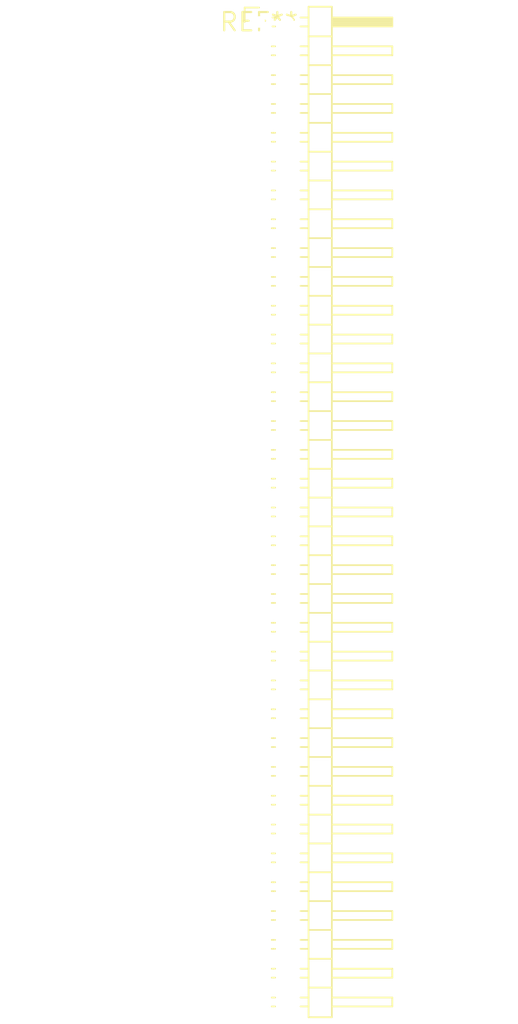
<source format=kicad_pcb>
(kicad_pcb (version 20240108) (generator pcbnew)
  (layers (0 "F.Cu" signal) (31 "B.Cu" signal) (34 "B.Paste" user) (35 "F.Paste" user) (36 "B.SilkS" user "B.Silkscreen") (37 "F.SilkS" user "F.Silkscreen") (38 "B.Mask" user) (39 "F.Mask" user) (44 "Edge.Cuts" user))
  (net 0 "")
  (footprint "PinHeader_2x35_P2.00mm_Horizontal" (layer "F.Cu") (at 0 0)
    (property "Reference" "REF**")
    (property "Value" "PinHeader_2x35_P2.00mm_Horizontal")
    (fp_line (start -1 -1) (end 0 -1) (layer "F.SilkS") (stroke (width 0.12)))
    (fp_line (start -1 0) (end -1 -1) (layer "F.SilkS") (stroke (width 0.12)))
    (fp_line (start 0.882114 1.69) (end 1.117886 1.69) (layer "F.SilkS") (stroke (width 0.12)))
    (fp_line (start 0.882114 2.31) (end 1.117886 2.31) (layer "F.SilkS") (stroke (width 0.12)))
    (fp_line (start 0.882114 3.69) (end 1.117886 3.69) (layer "F.SilkS") (stroke (width 0.12)))
    (fp_line (start 0.882114 4.31) (end 1.117886 4.31) (layer "F.SilkS") (stroke (width 0.12)))
    (fp_line (start 0.882114 5.69) (end 1.117886 5.69) (layer "F.SilkS") (stroke (width 0.12)))
    (fp_line (start 0.882114 6.31) (end 1.117886 6.31) (layer "F.SilkS") (stroke (width 0.12)))
    (fp_line (start 0.882114 7.69) (end 1.117886 7.69) (layer "F.SilkS") (stroke (width 0.12)))
    (fp_line (start 0.882114 8.31) (end 1.117886 8.31) (layer "F.SilkS") (stroke (width 0.12)))
    (fp_line (start 0.882114 9.69) (end 1.117886 9.69) (layer "F.SilkS") (stroke (width 0.12)))
    (fp_line (start 0.882114 10.31) (end 1.117886 10.31) (layer "F.SilkS") (stroke (width 0.12)))
    (fp_line (start 0.882114 11.69) (end 1.117886 11.69) (layer "F.SilkS") (stroke (width 0.12)))
    (fp_line (start 0.882114 12.31) (end 1.117886 12.31) (layer "F.SilkS") (stroke (width 0.12)))
    (fp_line (start 0.882114 13.69) (end 1.117886 13.69) (layer "F.SilkS") (stroke (width 0.12)))
    (fp_line (start 0.882114 14.31) (end 1.117886 14.31) (layer "F.SilkS") (stroke (width 0.12)))
    (fp_line (start 0.882114 15.69) (end 1.117886 15.69) (layer "F.SilkS") (stroke (width 0.12)))
    (fp_line (start 0.882114 16.31) (end 1.117886 16.31) (layer "F.SilkS") (stroke (width 0.12)))
    (fp_line (start 0.882114 17.69) (end 1.117886 17.69) (layer "F.SilkS") (stroke (width 0.12)))
    (fp_line (start 0.882114 18.31) (end 1.117886 18.31) (layer "F.SilkS") (stroke (width 0.12)))
    (fp_line (start 0.882114 19.69) (end 1.117886 19.69) (layer "F.SilkS") (stroke (width 0.12)))
    (fp_line (start 0.882114 20.31) (end 1.117886 20.31) (layer "F.SilkS") (stroke (width 0.12)))
    (fp_line (start 0.882114 21.69) (end 1.117886 21.69) (layer "F.SilkS") (stroke (width 0.12)))
    (fp_line (start 0.882114 22.31) (end 1.117886 22.31) (layer "F.SilkS") (stroke (width 0.12)))
    (fp_line (start 0.882114 23.69) (end 1.117886 23.69) (layer "F.SilkS") (stroke (width 0.12)))
    (fp_line (start 0.882114 24.31) (end 1.117886 24.31) (layer "F.SilkS") (stroke (width 0.12)))
    (fp_line (start 0.882114 25.69) (end 1.117886 25.69) (layer "F.SilkS") (stroke (width 0.12)))
    (fp_line (start 0.882114 26.31) (end 1.117886 26.31) (layer "F.SilkS") (stroke (width 0.12)))
    (fp_line (start 0.882114 27.69) (end 1.117886 27.69) (layer "F.SilkS") (stroke (width 0.12)))
    (fp_line (start 0.882114 28.31) (end 1.117886 28.31) (layer "F.SilkS") (stroke (width 0.12)))
    (fp_line (start 0.882114 29.69) (end 1.117886 29.69) (layer "F.SilkS") (stroke (width 0.12)))
    (fp_line (start 0.882114 30.31) (end 1.117886 30.31) (layer "F.SilkS") (stroke (width 0.12)))
    (fp_line (start 0.882114 31.69) (end 1.117886 31.69) (layer "F.SilkS") (stroke (width 0.12)))
    (fp_line (start 0.882114 32.31) (end 1.117886 32.31) (layer "F.SilkS") (stroke (width 0.12)))
    (fp_line (start 0.882114 33.69) (end 1.117886 33.69) (layer "F.SilkS") (stroke (width 0.12)))
    (fp_line (start 0.882114 34.31) (end 1.117886 34.31) (layer "F.SilkS") (stroke (width 0.12)))
    (fp_line (start 0.882114 35.69) (end 1.117886 35.69) (layer "F.SilkS") (stroke (width 0.12)))
    (fp_line (start 0.882114 36.31) (end 1.117886 36.31) (layer "F.SilkS") (stroke (width 0.12)))
    (fp_line (start 0.882114 37.69) (end 1.117886 37.69) (layer "F.SilkS") (stroke (width 0.12)))
    (fp_line (start 0.882114 38.31) (end 1.117886 38.31) (layer "F.SilkS") (stroke (width 0.12)))
    (fp_line (start 0.882114 39.69) (end 1.117886 39.69) (layer "F.SilkS") (stroke (width 0.12)))
    (fp_line (start 0.882114 40.31) (end 1.117886 40.31) (layer "F.SilkS") (stroke (width 0.12)))
    (fp_line (start 0.882114 41.69) (end 1.117886 41.69) (layer "F.SilkS") (stroke (width 0.12)))
    (fp_line (start 0.882114 42.31) (end 1.117886 42.31) (layer "F.SilkS") (stroke (width 0.12)))
    (fp_line (start 0.882114 43.69) (end 1.117886 43.69) (layer "F.SilkS") (stroke (width 0.12)))
    (fp_line (start 0.882114 44.31) (end 1.117886 44.31) (layer "F.SilkS") (stroke (width 0.12)))
    (fp_line (start 0.882114 45.69) (end 1.117886 45.69) (layer "F.SilkS") (stroke (width 0.12)))
    (fp_line (start 0.882114 46.31) (end 1.117886 46.31) (layer "F.SilkS") (stroke (width 0.12)))
    (fp_line (start 0.882114 47.69) (end 1.117886 47.69) (layer "F.SilkS") (stroke (width 0.12)))
    (fp_line (start 0.882114 48.31) (end 1.117886 48.31) (layer "F.SilkS") (stroke (width 0.12)))
    (fp_line (start 0.882114 49.69) (end 1.117886 49.69) (layer "F.SilkS") (stroke (width 0.12)))
    (fp_line (start 0.882114 50.31) (end 1.117886 50.31) (layer "F.SilkS") (stroke (width 0.12)))
    (fp_line (start 0.882114 51.69) (end 1.117886 51.69) (layer "F.SilkS") (stroke (width 0.12)))
    (fp_line (start 0.882114 52.31) (end 1.117886 52.31) (layer "F.SilkS") (stroke (width 0.12)))
    (fp_line (start 0.882114 53.69) (end 1.117886 53.69) (layer "F.SilkS") (stroke (width 0.12)))
    (fp_line (start 0.882114 54.31) (end 1.117886 54.31) (layer "F.SilkS") (stroke (width 0.12)))
    (fp_line (start 0.882114 55.69) (end 1.117886 55.69) (layer "F.SilkS") (stroke (width 0.12)))
    (fp_line (start 0.882114 56.31) (end 1.117886 56.31) (layer "F.SilkS") (stroke (width 0.12)))
    (fp_line (start 0.882114 57.69) (end 1.117886 57.69) (layer "F.SilkS") (stroke (width 0.12)))
    (fp_line (start 0.882114 58.31) (end 1.117886 58.31) (layer "F.SilkS") (stroke (width 0.12)))
    (fp_line (start 0.882114 59.69) (end 1.117886 59.69) (layer "F.SilkS") (stroke (width 0.12)))
    (fp_line (start 0.882114 60.31) (end 1.117886 60.31) (layer "F.SilkS") (stroke (width 0.12)))
    (fp_line (start 0.882114 61.69) (end 1.117886 61.69) (layer "F.SilkS") (stroke (width 0.12)))
    (fp_line (start 0.882114 62.31) (end 1.117886 62.31) (layer "F.SilkS") (stroke (width 0.12)))
    (fp_line (start 0.882114 63.69) (end 1.117886 63.69) (layer "F.SilkS") (stroke (width 0.12)))
    (fp_line (start 0.882114 64.31) (end 1.117886 64.31) (layer "F.SilkS") (stroke (width 0.12)))
    (fp_line (start 0.882114 65.69) (end 1.117886 65.69) (layer "F.SilkS") (stroke (width 0.12)))
    (fp_line (start 0.882114 66.31) (end 1.117886 66.31) (layer "F.SilkS") (stroke (width 0.12)))
    (fp_line (start 0.882114 67.69) (end 1.117886 67.69) (layer "F.SilkS") (stroke (width 0.12)))
    (fp_line (start 0.882114 68.31) (end 1.117886 68.31) (layer "F.SilkS") (stroke (width 0.12)))
    (fp_line (start 0.935 -0.31) (end 1.117886 -0.31) (layer "F.SilkS") (stroke (width 0.12)))
    (fp_line (start 0.935 0.31) (end 1.117886 0.31) (layer "F.SilkS") (stroke (width 0.12)))
    (fp_line (start 2.882114 -0.31) (end 3.44 -0.31) (layer "F.SilkS") (stroke (width 0.12)))
    (fp_line (start 2.882114 0.31) (end 3.44 0.31) (layer "F.SilkS") (stroke (width 0.12)))
    (fp_line (start 2.882114 1.69) (end 3.44 1.69) (layer "F.SilkS") (stroke (width 0.12)))
    (fp_line (start 2.882114 2.31) (end 3.44 2.31) (layer "F.SilkS") (stroke (width 0.12)))
    (fp_line (start 2.882114 3.69) (end 3.44 3.69) (layer "F.SilkS") (stroke (width 0.12)))
    (fp_line (start 2.882114 4.31) (end 3.44 4.31) (layer "F.SilkS") (stroke (width 0.12)))
    (fp_line (start 2.882114 5.69) (end 3.44 5.69) (layer "F.SilkS") (stroke (width 0.12)))
    (fp_line (start 2.882114 6.31) (end 3.44 6.31) (layer "F.SilkS") (stroke (width 0.12)))
    (fp_line (start 2.882114 7.69) (end 3.44 7.69) (layer "F.SilkS") (stroke (width 0.12)))
    (fp_line (start 2.882114 8.31) (end 3.44 8.31) (layer "F.SilkS") (stroke (width 0.12)))
    (fp_line (start 2.882114 9.69) (end 3.44 9.69) (layer "F.SilkS") (stroke (width 0.12)))
    (fp_line (start 2.882114 10.31) (end 3.44 10.31) (layer "F.SilkS") (stroke (width 0.12)))
    (fp_line (start 2.882114 11.69) (end 3.44 11.69) (layer "F.SilkS") (stroke (width 0.12)))
    (fp_line (start 2.882114 12.31) (end 3.44 12.31) (layer "F.SilkS") (stroke (width 0.12)))
    (fp_line (start 2.882114 13.69) (end 3.44 13.69) (layer "F.SilkS") (stroke (width 0.12)))
    (fp_line (start 2.882114 14.31) (end 3.44 14.31) (layer "F.SilkS") (stroke (width 0.12)))
    (fp_line (start 2.882114 15.69) (end 3.44 15.69) (layer "F.SilkS") (stroke (width 0.12)))
    (fp_line (start 2.882114 16.31) (end 3.44 16.31) (layer "F.SilkS") (stroke (width 0.12)))
    (fp_line (start 2.882114 17.69) (end 3.44 17.69) (layer "F.SilkS") (stroke (width 0.12)))
    (fp_line (start 2.882114 18.31) (end 3.44 18.31) (layer "F.SilkS") (stroke (width 0.12)))
    (fp_line (start 2.882114 19.69) (end 3.44 19.69) (layer "F.SilkS") (stroke (width 0.12)))
    (fp_line (start 2.882114 20.31) (end 3.44 20.31) (layer "F.SilkS") (stroke (width 0.12)))
    (fp_line (start 2.882114 21.69) (end 3.44 21.69) (layer "F.SilkS") (stroke (width 0.12)))
    (fp_line (start 2.882114 22.31) (end 3.44 22.31) (layer "F.SilkS") (stroke (width 0.12)))
    (fp_line (start 2.882114 23.69) (end 3.44 23.69) (layer "F.SilkS") (stroke (width 0.12)))
    (fp_line (start 2.882114 24.31) (end 3.44 24.31) (layer "F.SilkS") (stroke (width 0.12)))
    (fp_line (start 2.882114 25.69) (end 3.44 25.69) (layer "F.SilkS") (stroke (width 0.12)))
    (fp_line (start 2.882114 26.31) (end 3.44 26.31) (layer "F.SilkS") (stroke (width 0.12)))
    (fp_line (start 2.882114 27.69) (end 3.44 27.69) (layer "F.SilkS") (stroke (width 0.12)))
    (fp_line (start 2.882114 28.31) (end 3.44 28.31) (layer "F.SilkS") (stroke (width 0.12)))
    (fp_line (start 2.882114 29.69) (end 3.44 29.69) (layer "F.SilkS") (stroke (width 0.12)))
    (fp_line (start 2.882114 30.31) (end 3.44 30.31) (layer "F.SilkS") (stroke (width 0.12)))
    (fp_line (start 2.882114 31.69) (end 3.44 31.69) (layer "F.SilkS") (stroke (width 0.12)))
    (fp_line (start 2.882114 32.31) (end 3.44 32.31) (layer "F.SilkS") (stroke (width 0.12)))
    (fp_line (start 2.882114 33.69) (end 3.44 33.69) (layer "F.SilkS") (stroke (width 0.12)))
    (fp_line (start 2.882114 34.31) (end 3.44 34.31) (layer "F.SilkS") (stroke (width 0.12)))
    (fp_line (start 2.882114 35.69) (end 3.44 35.69) (layer "F.SilkS") (stroke (width 0.12)))
    (fp_line (start 2.882114 36.31) (end 3.44 36.31) (layer "F.SilkS") (stroke (width 0.12)))
    (fp_line (start 2.882114 37.69) (end 3.44 37.69) (layer "F.SilkS") (stroke (width 0.12)))
    (fp_line (start 2.882114 38.31) (end 3.44 38.31) (layer "F.SilkS") (stroke (width 0.12)))
    (fp_line (start 2.882114 39.69) (end 3.44 39.69) (layer "F.SilkS") (stroke (width 0.12)))
    (fp_line (start 2.882114 40.31) (end 3.44 40.31) (layer "F.SilkS") (stroke (width 0.12)))
    (fp_line (start 2.882114 41.69) (end 3.44 41.69) (layer "F.SilkS") (stroke (width 0.12)))
    (fp_line (start 2.882114 42.31) (end 3.44 42.31) (layer "F.SilkS") (stroke (width 0.12)))
    (fp_line (start 2.882114 43.69) (end 3.44 43.69) (layer "F.SilkS") (stroke (width 0.12)))
    (fp_line (start 2.882114 44.31) (end 3.44 44.31) (layer "F.SilkS") (stroke (width 0.12)))
    (fp_line (start 2.882114 45.69) (end 3.44 45.69) (layer "F.SilkS") (stroke (width 0.12)))
    (fp_line (start 2.882114 46.31) (end 3.44 46.31) (layer "F.SilkS") (stroke (width 0.12)))
    (fp_line (start 2.882114 47.69) (end 3.44 47.69) (layer "F.SilkS") (stroke (width 0.12)))
    (fp_line (start 2.882114 48.31) (end 3.44 48.31) (layer "F.SilkS") (stroke (width 0.12)))
    (fp_line (start 2.882114 49.69) (end 3.44 49.69) (layer "F.SilkS") (stroke (width 0.12)))
    (fp_line (start 2.882114 50.31) (end 3.44 50.31) (layer "F.SilkS") (stroke (width 0.12)))
    (fp_line (start 2.882114 51.69) (end 3.44 51.69) (layer "F.SilkS") (stroke (width 0.12)))
    (fp_line (start 2.882114 52.31) (end 3.44 52.31) (layer "F.SilkS") (stroke (width 0.12)))
    (fp_line (start 2.882114 53.69) (end 3.44 53.69) (layer "F.SilkS") (stroke (width 0.12)))
    (fp_line (start 2.882114 54.31) (end 3.44 54.31) (layer "F.SilkS") (stroke (width 0.12)))
    (fp_line (start 2.882114 55.69) (end 3.44 55.69) (layer "F.SilkS") (stroke (width 0.12)))
    (fp_line (start 2.882114 56.31) (end 3.44 56.31) (layer "F.SilkS") (stroke (width 0.12)))
    (fp_line (start 2.882114 57.69) (end 3.44 57.69) (layer "F.SilkS") (stroke (width 0.12)))
    (fp_line (start 2.882114 58.31) (end 3.44 58.31) (layer "F.SilkS") (stroke (width 0.12)))
    (fp_line (start 2.882114 59.69) (end 3.44 59.69) (layer "F.SilkS") (stroke (width 0.12)))
    (fp_line (start 2.882114 60.31) (end 3.44 60.31) (layer "F.SilkS") (stroke (width 0.12)))
    (fp_line (start 2.882114 61.69) (end 3.44 61.69) (layer "F.SilkS") (stroke (width 0.12)))
    (fp_line (start 2.882114 62.31) (end 3.44 62.31) (layer "F.SilkS") (stroke (width 0.12)))
    (fp_line (start 2.882114 63.69) (end 3.44 63.69) (layer "F.SilkS") (stroke (width 0.12)))
    (fp_line (start 2.882114 64.31) (end 3.44 64.31) (layer "F.SilkS") (stroke (width 0.12)))
    (fp_line (start 2.882114 65.69) (end 3.44 65.69) (layer "F.SilkS") (stroke (width 0.12)))
    (fp_line (start 2.882114 66.31) (end 3.44 66.31) (layer "F.SilkS") (stroke (width 0.12)))
    (fp_line (start 2.882114 67.69) (end 3.44 67.69) (layer "F.SilkS") (stroke (width 0.12)))
    (fp_line (start 2.882114 68.31) (end 3.44 68.31) (layer "F.SilkS") (stroke (width 0.12)))
    (fp_line (start 3.44 -1.06) (end 3.44 69.06) (layer "F.SilkS") (stroke (width 0.12)))
    (fp_line (start 3.44 1) (end 5.06 1) (layer "F.SilkS") (stroke (width 0.12)))
    (fp_line (start 3.44 3) (end 5.06 3) (layer "F.SilkS") (stroke (width 0.12)))
    (fp_line (start 3.44 5) (end 5.06 5) (layer "F.SilkS") (stroke (width 0.12)))
    (fp_line (start 3.44 7) (end 5.06 7) (layer "F.SilkS") (stroke (width 0.12)))
    (fp_line (start 3.44 9) (end 5.06 9) (layer "F.SilkS") (stroke (width 0.12)))
    (fp_line (start 3.44 11) (end 5.06 11) (layer "F.SilkS") (stroke (width 0.12)))
    (fp_line (start 3.44 13) (end 5.06 13) (layer "F.SilkS") (stroke (width 0.12)))
    (fp_line (start 3.44 15) (end 5.06 15) (layer "F.SilkS") (stroke (width 0.12)))
    (fp_line (start 3.44 17) (end 5.06 17) (layer "F.SilkS") (stroke (width 0.12)))
    (fp_line (start 3.44 19) (end 5.06 19) (layer "F.SilkS") (stroke (width 0.12)))
    (fp_line (start 3.44 21) (end 5.06 21) (layer "F.SilkS") (stroke (width 0.12)))
    (fp_line (start 3.44 23) (end 5.06 23) (layer "F.SilkS") (stroke (width 0.12)))
    (fp_line (start 3.44 25) (end 5.06 25) (layer "F.SilkS") (stroke (width 0.12)))
    (fp_line (start 3.44 27) (end 5.06 27) (layer "F.SilkS") (stroke (width 0.12)))
    (fp_line (start 3.44 29) (end 5.06 29) (layer "F.SilkS") (stroke (width 0.12)))
    (fp_line (start 3.44 31) (end 5.06 31) (layer "F.SilkS") (stroke (width 0.12)))
    (fp_line (start 3.44 33) (end 5.06 33) (layer "F.SilkS") (stroke (width 0.12)))
    (fp_line (start 3.44 35) (end 5.06 35) (layer "F.SilkS") (stroke (width 0.12)))
    (fp_line (start 3.44 37) (end 5.06 37) (layer "F.SilkS") (stroke (width 0.12)))
    (fp_line (start 3.44 39) (end 5.06 39) (layer "F.SilkS") (stroke (width 0.12)))
    (fp_line (start 3.44 41) (end 5.06 41) (layer "F.SilkS") (stroke (width 0.12)))
    (fp_line (start 3.44 43) (end 5.06 43) (layer "F.SilkS") (stroke (width 0.12)))
    (fp_line (start 3.44 45) (end 5.06 45) (layer "F.SilkS") (stroke (width 0.12)))
    (fp_line (start 3.44 47) (end 5.06 47) (layer "F.SilkS") (stroke (width 0.12)))
    (fp_line (start 3.44 49) (end 5.06 49) (layer "F.SilkS") (stroke (width 0.12)))
    (fp_line (start 3.44 51) (end 5.06 51) (layer "F.SilkS") (stroke (width 0.12)))
    (fp_line (start 3.44 53) (end 5.06 53) (layer "F.SilkS") (stroke (width 0.12)))
    (fp_line (start 3.44 55) (end 5.06 55) (layer "F.SilkS") (stroke (width 0.12)))
    (fp_line (start 3.44 57) (end 5.06 57) (layer "F.SilkS") (stroke (width 0.12)))
    (fp_line (start 3.44 59) (end 5.06 59) (layer "F.SilkS") (stroke (width 0.12)))
    (fp_line (start 3.44 61) (end 5.06 61) (layer "F.SilkS") (stroke (width 0.12)))
    (fp_line (start 3.44 63) (end 5.06 63) (layer "F.SilkS") (stroke (width 0.12)))
    (fp_line (start 3.44 65) (end 5.06 65) (layer "F.SilkS") (stroke (width 0.12)))
    (fp_line (start 3.44 67) (end 5.06 67) (layer "F.SilkS") (stroke (width 0.12)))
    (fp_line (start 3.44 69.06) (end 5.06 69.06) (layer "F.SilkS") (stroke (width 0.12)))
    (fp_line (start 5.06 -1.06) (end 3.44 -1.06) (layer "F.SilkS") (stroke (width 0.12)))
    (fp_line (start 5.06 -0.31) (end 9.26 -0.31) (layer "F.SilkS") (stroke (width 0.12)))
    (fp_line (start 5.06 -0.25) (end 9.26 -0.25) (layer "F.SilkS") (stroke (width 0.12)))
    (fp_line (start 5.06 -0.13) (end 9.26 -0.13) (layer "F.SilkS") (stroke (width 0.12)))
    (fp_line (start 5.06 -0.01) (end 9.26 -0.01) (layer "F.SilkS") (stroke (width 0.12)))
    (fp_line (start 5.06 0.11) (end 9.26 0.11) (layer "F.SilkS") (stroke (width 0.12)))
    (fp_line (start 5.06 0.23) (end 9.26 0.23) (layer "F.SilkS") (stroke (width 0.12)))
    (fp_line (start 5.06 1.69) (end 9.26 1.69) (layer "F.SilkS") (stroke (width 0.12)))
    (fp_line (start 5.06 3.69) (end 9.26 3.69) (layer "F.SilkS") (stroke (width 0.12)))
    (fp_line (start 5.06 5.69) (end 9.26 5.69) (layer "F.SilkS") (stroke (width 0.12)))
    (fp_line (start 5.06 7.69) (end 9.26 7.69) (layer "F.SilkS") (stroke (width 0.12)))
    (fp_line (start 5.06 9.69) (end 9.26 9.69) (layer "F.SilkS") (stroke (width 0.12)))
    (fp_line (start 5.06 11.69) (end 9.26 11.69) (layer "F.SilkS") (stroke (width 0.12)))
    (fp_line (start 5.06 13.69) (end 9.26 13.69) (layer "F.SilkS") (stroke (width 0.12)))
    (fp_line (start 5.06 15.69) (end 9.26 15.69) (layer "F.SilkS") (stroke (width 0.12)))
    (fp_line (start 5.06 17.69) (end 9.26 17.69) (layer "F.SilkS") (stroke (width 0.12)))
    (fp_line (start 5.06 19.69) (end 9.26 19.69) (layer "F.SilkS") (stroke (width 0.12)))
    (fp_line (start 5.06 21.69) (end 9.26 21.69) (layer "F.SilkS") (stroke (width 0.12)))
    (fp_line (start 5.06 23.69) (end 9.26 23.69) (layer "F.SilkS") (stroke (width 0.12)))
    (fp_line (start 5.06 25.69) (end 9.26 25.69) (layer "F.SilkS") (stroke (width 0.12)))
    (fp_line (start 5.06 27.69) (end 9.26 27.69) (layer "F.SilkS") (stroke (width 0.12)))
    (fp_line (start 5.06 29.69) (end 9.26 29.69) (layer "F.SilkS") (stroke (width 0.12)))
    (fp_line (start 5.06 31.69) (end 9.26 31.69) (layer "F.SilkS") (stroke (width 0.12)))
    (fp_line (start 5.06 33.69) (end 9.26 33.69) (layer "F.SilkS") (stroke (width 0.12)))
    (fp_line (start 5.06 35.69) (end 9.26 35.69) (layer "F.SilkS") (stroke (width 0.12)))
    (fp_line (start 5.06 37.69) (end 9.26 37.69) (layer "F.SilkS") (stroke (width 0.12)))
    (fp_line (start 5.06 39.69) (end 9.26 39.69) (layer "F.SilkS") (stroke (width 0.12)))
    (fp_line (start 5.06 41.69) (end 9.26 41.69) (layer "F.SilkS") (stroke (width 0.12)))
    (fp_line (start 5.06 43.69) (end 9.26 43.69) (layer "F.SilkS") (stroke (width 0.12)))
    (fp_line (start 5.06 45.69) (end 9.26 45.69) (layer "F.SilkS") (stroke (width 0.12)))
    (fp_line (start 5.06 47.69) (end 9.26 47.69) (layer "F.SilkS") (stroke (width 0.12)))
    (fp_line (start 5.06 49.69) (end 9.26 49.69) (layer "F.SilkS") (stroke (width 0.12)))
    (fp_line (start 5.06 51.69) (end 9.26 51.69) (layer "F.SilkS") (stroke (width 0.12)))
    (fp_line (start 5.06 53.69) (end 9.26 53.69) (layer "F.SilkS") (stroke (width 0.12)))
    (fp_line (start 5.06 55.69) (end 9.26 55.69) (layer "F.SilkS") (stroke (width 0.12)))
    (fp_line (start 5.06 57.69) (end 9.26 57.69) (layer "F.SilkS") (stroke (width 0.12)))
    (fp_line (start 5.06 59.69) (end 9.26 59.69) (layer "F.SilkS") (stroke (width 0.12)))
    (fp_line (start 5.06 61.69) (end 9.26 61.69) (layer "F.SilkS") (stroke (width 0.12)))
    (fp_line (start 5.06 63.69) (end 9.26 63.69) (layer "F.SilkS") (stroke (width 0.12)))
    (fp_line (start 5.06 65.69) (end 9.26 65.69) (layer "F.SilkS") (stroke (width 0.12)))
    (fp_line (start 5.06 67.69) (end 9.26 67.69) (layer "F.SilkS") (stroke (width 0.12)))
    (fp_line (start 5.06 69.06) (end 5.06 -1.06) (layer "F.SilkS") (stroke (width 0.12)))
    (fp_line (start 9.26 -0.31) (end 9.26 0.31) (layer "F.SilkS") (stroke (width 0.12)))
    (fp_line (start 9.26 0.31) (end 5.06 0.31) (layer "F.SilkS") (stroke (width 0.12)))
    (fp_line (start 9.26 1.69) (end 9.26 2.31) (layer "F.SilkS") (stroke (width 0.12)))
    (fp_line (start 9.26 2.31) (end 5.06 2.31) (layer "F.SilkS") (stroke (width 0.12)))
    (fp_line (start 9.26 3.69) (end 9.26 4.31) (layer "F.SilkS") (stroke (width 0.12)))
    (fp_line (start 9.26 4.31) (end 5.06 4.31) (layer "F.SilkS") (stroke (width 0.12)))
    (fp_line (start 9.26 5.69) (end 9.26 6.31) (layer "F.SilkS") (stroke (width 0.12)))
    (fp_line (start 9.26 6.31) (end 5.06 6.31) (layer "F.SilkS") (stroke (width 0.12)))
    (fp_line (start 9.26 7.69) (end 9.26 8.31) (layer "F.SilkS") (stroke (width 0.12)))
    (fp_line (start 9.26 8.31) (end 5.06 8.31) (layer "F.SilkS") (stroke (width 0.12)))
    (fp_line (start 9.26 9.69) (end 9.26 10.31) (layer "F.SilkS") (stroke (width 0.12)))
    (fp_line (start 9.26 10.31) (end 5.06 10.31) (layer "F.SilkS") (stroke (width 0.12)))
    (fp_line (start 9.26 11.69) (end 9.26 12.31) (layer "F.SilkS") (stroke (width 0.12)))
    (fp_line (start 9.26 12.31) (end 5.06 12.31) (layer "F.SilkS") (stroke (width 0.12)))
    (fp_line (start 9.26 13.69) (end 9.26 14.31) (layer "F.SilkS") (stroke (width 0.12)))
    (fp_line (start 9.26 14.31) (end 5.06 14.31) (layer "F.SilkS") (stroke (width 0.12)))
    (fp_line (start 9.26 15.69) (end 9.26 16.31) (layer "F.SilkS") (stroke (width 0.12)))
    (fp_line (start 9.26 16.31) (end 5.06 16.31) (layer "F.SilkS") (stroke (width 0.12)))
    (fp_line (start 9.26 17.69) (end 9.26 18.31) (layer "F.SilkS") (stroke (width 0.12)))
    (fp_line (start 9.26 18.31) (end 5.06 18.31) (layer "F.SilkS") (stroke (width 0.12)))
    (fp_line (start 9.26 19.69) (end 9.26 20.31) (layer "F.SilkS") (stroke (width 0.12)))
    (fp_line (start 9.26 20.31) (end 5.06 20.31) (layer "F.SilkS") (stroke (width 0.12)))
    (fp_line (start 9.26 21.69) (end 9.26 22.31) (layer "F.SilkS") (stroke (width 0.12)))
    (fp_line (start 9.26 22.31) (end 5.06 22.31) (layer "F.SilkS") (stroke (width 0.12)))
    (fp_line (start 9.26 23.69) (end 9.26 24.31) (layer "F.SilkS") (stroke (width 0.12)))
    (fp_line (start 9.26 24.31) (end 5.06 24.31) (layer "F.SilkS") (stroke (width 0.12)))
    (fp_line (start 9.26 25.69) (end 9.26 26.31) (layer "F.SilkS") (stroke (width 0.12)))
    (fp_line (start 9.26 26.31) (end 5.06 26.31) (layer "F.SilkS") (stroke (width 0.12)))
    (fp_line (start 9.26 27.69) (end 9.26 28.31) (layer "F.SilkS") (stroke (width 0.12)))
    (fp_line (start 9.26 28.31) (end 5.06 28.31) (layer "F.SilkS") (stroke (width 0.12)))
    (fp_line (start 9.26 29.69) (end 9.26 30.31) (layer "F.SilkS") (stroke (width 0.12)))
    (fp_line (start 9.26 30.31) (end 5.06 30.31) (layer "F.SilkS") (stroke (width 0.12)))
    (fp_line (start 9.26 31.69) (end 9.26 32.31) (layer "F.SilkS") (stroke (width 0.12)))
    (fp_line (start 9.26 32.31) (end 5.06 32.31) (layer "F.SilkS") (stroke (width 0.12)))
    (fp_line (start 9.26 33.69) (end 9.26 34.31) (layer "F.SilkS") (stroke (width 0.12)))
    (fp_line (start 9.26 34.31) (end 5.06 34.31) (layer "F.SilkS") (stroke (width 0.12)))
    (fp_line (start 9.26 35.69) (end 9.26 36.31) (layer "F.SilkS") (stroke (width 0.12)))
    (fp_line (start 9.26 36.31) (end 5.06 36.31) (layer "F.SilkS") (stroke (width 0.12)))
    (fp_line (start 9.26 37.69) (end 9.26 38.31) (layer "F.SilkS") (stroke (width 0.12)))
    (fp_line (start 9.26 38.31) (end 5.06 38.31) (layer "F.SilkS") (stroke (width 0.12)))
    (fp_line (start 9.26 39.69) (end 9.26 40.31) (layer "F.SilkS") (stroke (width 0.12)))
    (fp_line (start 9.26 40.31) (end 5.06 40.31) (layer "F.SilkS") (stroke (width 0.12)))
    (fp_line (start 9.26 41.69) (end 9.26 42.31) (layer "F.SilkS") (stroke (width 0.12)))
    (fp_line (start 9.26 42.31) (end 5.06 42.31) (layer "F.SilkS") (stroke (width 0.12)))
    (fp_line (start 9.26 43.69) (end 9.26 44.31) (layer "F.SilkS") (stroke (width 0.12)))
    (fp_line (start 9.26 44.31) (end 5.06 44.31) (layer "F.SilkS") (stroke (width 0.12)))
    (fp_line (start 9.26 45.69) (end 9.26 46.31) (layer "F.SilkS") (stroke (width 0.12)))
    (fp_line (start 9.26 46.31) (end 5.06 46.31) (layer "F.SilkS") (stroke (width 0.12)))
    (fp_line (start 9.26 47.69) (end 9.26 48.31) (layer "F.SilkS") (stroke (width 0.12)))
    (fp_line (start 9.26 48.31) (end 5.06 48.31) (layer "F.SilkS") (stroke (width 0.12)))
    (fp_line (start 9.26 49.69) (end 9.26 50.31) (layer "F.SilkS") (stroke (width 0.12)))
    (fp_line (start 9.26 50.31) (end 5.06 50.31) (layer "F.SilkS") (stroke (width 0.12)))
    (fp_line (start 9.26 51.69) (end 9.26 52.31) (layer "F.SilkS") (stroke (width 0.12)))
    (fp_line (start 9.26 52.31) (end 5.06 52.31) (layer "F.SilkS") (stroke (width 0.12)))
    (fp_line (start 9.26 53.69) (end 9.26 54.31) (layer "F.SilkS") (stroke (width 0.12)))
    (fp_line (start 9.26 54.31) (end 5.06 54.31) (layer "F.SilkS") (stroke (width 0.12)))
    (fp_line (start 9.26 55.69) (end 9.26 56.31) (layer "F.SilkS") (stroke (width 0.12)))
    (fp_line (start 9.26 56.31) (end 5.06 56.31) (layer "F.SilkS") (stroke (width 0.12)))
    (fp_line (start 9.26 57.69) (end 9.26 58.31) (layer "F.SilkS") (stroke (width 0.12)))
    (fp_line (start 9.26 58.31) (end 5.06 58.31) (layer "F.SilkS") (stroke (width 0.12)))
    (fp_line (start 9.26 59.69) (end 9.26 60.31) (layer "F.SilkS") (stroke (width 0.12)))
    (fp_line (start 9.26 60.31) (end 5.06 60.31) (layer "F.SilkS") (stroke (width 0.12)))
    (fp_line (start 9.26 61.69) (end 9.26 62.31) (layer "F.SilkS") (stroke (width 0.12)))
    (fp_line (start 9.26 62.31) (end 5.06 62.31) (layer "F.SilkS") (stroke (width 0.12)))
    (fp_line (start 9.26 63.69) (end 9.26 64.31) (layer "F.SilkS") (stroke (width 0.12)))
    (fp_line (start 9.26 64.31) (end 5.06 64.31) (layer "F.SilkS") (stroke (width 0.12)))
    (fp_line (start 9.26 65.69) (end 9.26 66.31) (layer "F.SilkS") (stroke (width 0.12)))
    (fp_line (start 9.26 66.31) (end 5.06 66.31) (layer "F.SilkS") (stroke (width 0.12)))
    (fp_line (start 9.26 67.69) (end 9.26 68.31) (layer "F.SilkS") (stroke (width 0.12)))
    (fp_line (start 9.26 68.31) (end 5.06 68.31) (layer "F.SilkS") (stroke (width 0.12)))
    (pad "1" thru_hole rect (at 0 0) (size 1.35 1.35) (drill 0.8) (layers *.Cu *.Mask) (remove_unused_layers))
    (pad "2" thru_hole oval (at 2 0) (size 1.35 1.35) (drill 0.8) (layers *.Cu *.Mask) (remove_unused_layers))
    (pad "3" thru_hole oval (at 0 2) (size 1.35 1.35) (drill 0.8) (layers *.Cu *.Mask) (remove_unused_layers))
    (pad "4" thru_hole oval (at 2 2) (size 1.35 1.35) (drill 0.8) (layers *.Cu *.Mask) (remove_unused_layers))
    (pad "5" thru_hole oval (at 0 4) (size 1.35 1.35) (drill 0.8) (layers *.Cu *.Mask) (remove_unused_layers))
    (pad "6" thru_hole oval (at 2 4) (size 1.35 1.35) (drill 0.8) (layers *.Cu *.Mask) (remove_unused_layers))
    (pad "7" thru_hole oval (at 0 6) (size 1.35 1.35) (drill 0.8) (layers *.Cu *.Mask) (remove_unused_layers))
    (pad "8" thru_hole oval (at 2 6) (size 1.35 1.35) (drill 0.8) (layers *.Cu *.Mask) (remove_unused_layers))
    (pad "9" thru_hole oval (at 0 8) (size 1.35 1.35) (drill 0.8) (layers *.Cu *.Mask) (remove_unused_layers))
    (pad "10" thru_hole oval (at 2 8) (size 1.35 1.35) (drill 0.8) (layers *.Cu *.Mask) (remove_unused_layers))
    (pad "11" thru_hole oval (at 0 10) (size 1.35 1.35) (drill 0.8) (layers *.Cu *.Mask) (remove_unused_layers))
    (pad "12" thru_hole oval (at 2 10) (size 1.35 1.35) (drill 0.8) (layers *.Cu *.Mask) (remove_unused_layers))
    (pad "13" thru_hole oval (at 0 12) (size 1.35 1.35) (drill 0.8) (layers *.Cu *.Mask) (remove_unused_layers))
    (pad "14" thru_hole oval (at 2 12) (size 1.35 1.35) (drill 0.8) (layers *.Cu *.Mask) (remove_unused_layers))
    (pad "15" thru_hole oval (at 0 14) (size 1.35 1.35) (drill 0.8) (layers *.Cu *.Mask) (remove_unused_layers))
    (pad "16" thru_hole oval (at 2 14) (size 1.35 1.35) (drill 0.8) (layers *.Cu *.Mask) (remove_unused_layers))
    (pad "17" thru_hole oval (at 0 16) (size 1.35 1.35) (drill 0.8) (layers *.Cu *.Mask) (remove_unused_layers))
    (pad "18" thru_hole oval (at 2 16) (size 1.35 1.35) (drill 0.8) (layers *.Cu *.Mask) (remove_unused_layers))
    (pad "19" thru_hole oval (at 0 18) (size 1.35 1.35) (drill 0.8) (layers *.Cu *.Mask) (remove_unused_layers))
    (pad "20" thru_hole oval (at 2 18) (size 1.35 1.35) (drill 0.8) (layers *.Cu *.Mask) (remove_unused_layers))
    (pad "21" thru_hole oval (at 0 20) (size 1.35 1.35) (drill 0.8) (layers *.Cu *.Mask) (remove_unused_layers))
    (pad "22" thru_hole oval (at 2 20) (size 1.35 1.35) (drill 0.8) (layers *.Cu *.Mask) (remove_unused_layers))
    (pad "23" thru_hole oval (at 0 22) (size 1.35 1.35) (drill 0.8) (layers *.Cu *.Mask) (remove_unused_layers))
    (pad "24" thru_hole oval (at 2 22) (size 1.35 1.35) (drill 0.8) (layers *.Cu *.Mask) (remove_unused_layers))
    (pad "25" thru_hole oval (at 0 24) (size 1.35 1.35) (drill 0.8) (layers *.Cu *.Mask) (remove_unused_layers))
    (pad "26" thru_hole oval (at 2 24) (size 1.35 1.35) (drill 0.8) (layers *.Cu *.Mask) (remove_unused_layers))
    (pad "27" thru_hole oval (at 0 26) (size 1.35 1.35) (drill 0.8) (layers *.Cu *.Mask) (remove_unused_layers))
    (pad "28" thru_hole oval (at 2 26) (size 1.35 1.35) (drill 0.8) (layers *.Cu *.Mask) (remove_unused_layers))
    (pad "29" thru_hole oval (at 0 28) (size 1.35 1.35) (drill 0.8) (layers *.Cu *.Mask) (remove_unused_layers))
    (pad "30" thru_hole oval (at 2 28) (size 1.35 1.35) (drill 0.8) (layers *.Cu *.Mask) (remove_unused_layers))
    (pad "31" thru_hole oval (at 0 30) (size 1.35 1.35) (drill 0.8) (layers *.Cu *.Mask) (remove_unused_layers))
    (pad "32" thru_hole oval (at 2 30) (size 1.35 1.35) (drill 0.8) (layers *.Cu *.Mask) (remove_unused_layers))
    (pad "33" thru_hole oval (at 0 32) (size 1.35 1.35) (drill 0.8) (layers *.Cu *.Mask) (remove_unused_layers))
    (pad "34" thru_hole oval (at 2 32) (size 1.35 1.35) (drill 0.8) (layers *.Cu *.Mask) (remove_unused_layers))
    (pad "35" thru_hole oval (at 0 34) (size 1.35 1.35) (drill 0.8) (layers *.Cu *.Mask) (remove_unused_layers))
    (pad "36" thru_hole oval (at 2 34) (size 1.35 1.35) (drill 0.8) (layers *.Cu *.Mask) (remove_unused_layers))
    (pad "37" thru_hole oval (at 0 36) (size 1.35 1.35) (drill 0.8) (layers *.Cu *.Mask) (remove_unused_layers))
    (pad "38" thru_hole oval (at 2 36) (size 1.35 1.35) (drill 0.8) (layers *.Cu *.Mask) (remove_unused_layers))
    (pad "39" thru_hole oval (at 0 38) (size 1.35 1.35) (drill 0.8) (layers *.Cu *.Mask) (remove_unused_layers))
    (pad "40" thru_hole oval (at 2 38) (size 1.35 1.35) (drill 0.8) (layers *.Cu *.Mask) (remove_unused_layers))
    (pad "41" thru_hole oval (at 0 40) (size 1.35 1.35) (drill 0.8) (layers *.Cu *.Mask) (remove_unused_layers))
    (pad "42" thru_hole oval (at 2 40) (size 1.35 1.35) (drill 0.8) (layers *.Cu *.Mask) (remove_unused_layers))
    (pad "43" thru_hole oval (at 0 42) (size 1.35 1.35) (drill 0.8) (layers *.Cu *.Mask) (remove_unused_layers))
    (pad "44" thru_hole oval (at 2 42) (size 1.35 1.35) (drill 0.8) (layers *.Cu *.Mask) (remove_unused_layers))
    (pad "45" thru_hole oval (at 0 44) (size 1.35 1.35) (drill 0.8) (layers *.Cu *.Mask) (remove_unused_layers))
    (pad "46" thru_hole oval (at 2 44) (size 1.35 1.35) (drill 0.8) (layers *.Cu *.Mask) (remove_unused_layers))
    (pad "47" thru_hole oval (at 0 46) (size 1.35 1.35) (drill 0.8) (layers *.Cu *.Mask) (remove_unused_layers))
    (pad "48" thru_hole oval (at 2 46) (size 1.35 1.35) (drill 0.8) (layers *.Cu *.Mask) (remove_unused_layers))
    (pad "49" thru_hole oval (at 0 48) (size 1.35 1.35) (drill 0.8) (layers *.Cu *.Mask) (remove_unused_layers))
    (pad "50" thru_hole oval (at 2 48) (size 1.35 1.35) (drill 0.8) (layers *.Cu *.Mask) (remove_unused_layers))
    (pad "51" thru_hole oval (at 0 50) (size 1.35 1.35) (drill 0.8) (layers *.Cu *.Mask) (remove_unused_layers))
    (pad "52" thru_hole oval (at 2 50) (size 1.35 1.35) (drill 0.8) (layers *.Cu *.Mask) (remove_unused_layers))
    (pad "53" thru_hole oval (at 0 52) (size 1.35 1.35) (drill 0.8) (layers *.Cu *.Mask) (remove_unused_layers))
    (pad "54" thru_hole oval (at 2 52) (size 1.35 1.35) (drill 0.8) (layers *.Cu *.Mask) (remove_unused_layers))
    (pad "55" thru_hole oval (at 0 54) (size 1.35 1.35) (drill 0.8) (layers *.Cu *.Mask) (remove_unused_layers))
    (pad "56" thru_hole oval (at 2 54) (size 1.35 1.35) (drill 0.8) (layers *.Cu *.Mask) (remove_unused_layers))
    (pad "57" thru_hole oval (at 0 56) (size 1.35 1.35) (drill 0.8) (layers *.Cu *.Mask) (remove_unused_layers))
    (pad "58" thru_hole oval (at 2 56) (size 1.35 1.35) (drill 0.8) (layers *.Cu *.Mask) (remove_unused_layers))
    (pad "59" thru_hole oval (at 0 58) (size 1.35 1.35) (drill 0.8) (layers *.Cu *.Mask) (remove_unused_layers))
    (pad "60" thru_hole oval (at 2 58) (size 1.35 1.35) (drill 0.8) (layers *.Cu *.Mask) (remove_unused_layers))
    (pad "61" thru_hole oval (at 0 60) (size 1.35 1.35) (drill 0.8) (layers *.Cu *.Mask) (remove_unused_layers))
    (pad "62" thru_hole oval (at 2 60) (size 1.35 1.35) (drill 0.8) (layers *.Cu *.Mask) (remove_unused_layers))
    (pad "63" thru_hole oval (at 0 62) (size 1.35 1.35) (drill 0.8) (layers *.Cu *.Mask) (remove_unused_layers))
    (pad "64" thru_hole oval (at 2 62) (size 1.35 1.35) (drill 0.8) (layers *.Cu *.Mask) (remove_unused_layers))
    (pad "65" thru_hole oval (at 0 64) (size 1.35 1.35) (drill 0.8) (layers *.Cu *.Mask) (remove_unused_layers))
    (pad "66" thru_hole oval (at 2 64) (size 1.35 1.35) (drill 0.8) (layers *.Cu *.Mask) (remove_unused_layers))
    (pad "67" thru_hole oval (at 0 66) (size 1.35 1.35) (drill 0.8) (layers *.Cu *.Mask) (remove_unused_layers))
    (pad "68" thru_hole oval (at 2 66) (size 1.35 1.35) (drill 0.8) (layers *.Cu *.Mask) (remove_unused_layers))
    (pad "69" thru_hole oval (at 0 68) (size 1.35 1.35) (drill 0.8) (layers *.Cu *.Mask) (remove_unused_layers))
    (pad "70" thru_hole oval (at 2 68) (size 1.35 1.35) (drill 0.8) (layers *.Cu *.Mask) (remove_unused_layers))
  )
)
</source>
